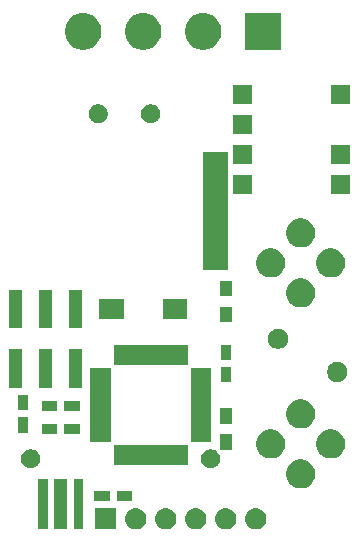
<source format=gbr>
G04 #@! TF.GenerationSoftware,KiCad,Pcbnew,(5.0.1)-4*
G04 #@! TF.CreationDate,2019-04-29T20:25:55+02:00*
G04 #@! TF.ProjectId,MyWallSwitch,4D7957616C6C5377697463682E6B6963,2*
G04 #@! TF.SameCoordinates,Original*
G04 #@! TF.FileFunction,Soldermask,Top*
G04 #@! TF.FilePolarity,Negative*
%FSLAX46Y46*%
G04 Gerber Fmt 4.6, Leading zero omitted, Abs format (unit mm)*
G04 Created by KiCad (PCBNEW (5.0.1)-4) date 29.04.2019 20:25:55*
%MOMM*%
%LPD*%
G01*
G04 APERTURE LIST*
%ADD10C,0.100000*%
G04 APERTURE END LIST*
D10*
G36*
X146160443Y-117215519D02*
X146226627Y-117222037D01*
X146339853Y-117256384D01*
X146396467Y-117273557D01*
X146535087Y-117347652D01*
X146552991Y-117357222D01*
X146588729Y-117386552D01*
X146690186Y-117469814D01*
X146773448Y-117571271D01*
X146802778Y-117607009D01*
X146802779Y-117607011D01*
X146886443Y-117763533D01*
X146886443Y-117763534D01*
X146937963Y-117933373D01*
X146955359Y-118110000D01*
X146937963Y-118286627D01*
X146903616Y-118399853D01*
X146886443Y-118456467D01*
X146812348Y-118595087D01*
X146802778Y-118612991D01*
X146773448Y-118648729D01*
X146690186Y-118750186D01*
X146588729Y-118833448D01*
X146552991Y-118862778D01*
X146552989Y-118862779D01*
X146396467Y-118946443D01*
X146339853Y-118963616D01*
X146226627Y-118997963D01*
X146160443Y-119004481D01*
X146094260Y-119011000D01*
X146005740Y-119011000D01*
X145939557Y-119004481D01*
X145873373Y-118997963D01*
X145760147Y-118963616D01*
X145703533Y-118946443D01*
X145547011Y-118862779D01*
X145547009Y-118862778D01*
X145511271Y-118833448D01*
X145409814Y-118750186D01*
X145326552Y-118648729D01*
X145297222Y-118612991D01*
X145287652Y-118595087D01*
X145213557Y-118456467D01*
X145196384Y-118399853D01*
X145162037Y-118286627D01*
X145144641Y-118110000D01*
X145162037Y-117933373D01*
X145213557Y-117763534D01*
X145213557Y-117763533D01*
X145297221Y-117607011D01*
X145297222Y-117607009D01*
X145326552Y-117571271D01*
X145409814Y-117469814D01*
X145511271Y-117386552D01*
X145547009Y-117357222D01*
X145564913Y-117347652D01*
X145703533Y-117273557D01*
X145760147Y-117256384D01*
X145873373Y-117222037D01*
X145939557Y-117215519D01*
X146005740Y-117209000D01*
X146094260Y-117209000D01*
X146160443Y-117215519D01*
X146160443Y-117215519D01*
G37*
G36*
X143620443Y-117215519D02*
X143686627Y-117222037D01*
X143799853Y-117256384D01*
X143856467Y-117273557D01*
X143995087Y-117347652D01*
X144012991Y-117357222D01*
X144048729Y-117386552D01*
X144150186Y-117469814D01*
X144233448Y-117571271D01*
X144262778Y-117607009D01*
X144262779Y-117607011D01*
X144346443Y-117763533D01*
X144346443Y-117763534D01*
X144397963Y-117933373D01*
X144415359Y-118110000D01*
X144397963Y-118286627D01*
X144363616Y-118399853D01*
X144346443Y-118456467D01*
X144272348Y-118595087D01*
X144262778Y-118612991D01*
X144233448Y-118648729D01*
X144150186Y-118750186D01*
X144048729Y-118833448D01*
X144012991Y-118862778D01*
X144012989Y-118862779D01*
X143856467Y-118946443D01*
X143799853Y-118963616D01*
X143686627Y-118997963D01*
X143620443Y-119004481D01*
X143554260Y-119011000D01*
X143465740Y-119011000D01*
X143399557Y-119004481D01*
X143333373Y-118997963D01*
X143220147Y-118963616D01*
X143163533Y-118946443D01*
X143007011Y-118862779D01*
X143007009Y-118862778D01*
X142971271Y-118833448D01*
X142869814Y-118750186D01*
X142786552Y-118648729D01*
X142757222Y-118612991D01*
X142747652Y-118595087D01*
X142673557Y-118456467D01*
X142656384Y-118399853D01*
X142622037Y-118286627D01*
X142604641Y-118110000D01*
X142622037Y-117933373D01*
X142673557Y-117763534D01*
X142673557Y-117763533D01*
X142757221Y-117607011D01*
X142757222Y-117607009D01*
X142786552Y-117571271D01*
X142869814Y-117469814D01*
X142971271Y-117386552D01*
X143007009Y-117357222D01*
X143024913Y-117347652D01*
X143163533Y-117273557D01*
X143220147Y-117256384D01*
X143333373Y-117222037D01*
X143399557Y-117215519D01*
X143465740Y-117209000D01*
X143554260Y-117209000D01*
X143620443Y-117215519D01*
X143620443Y-117215519D01*
G37*
G36*
X134251000Y-119011000D02*
X132449000Y-119011000D01*
X132449000Y-117209000D01*
X134251000Y-117209000D01*
X134251000Y-119011000D01*
X134251000Y-119011000D01*
G37*
G36*
X136000443Y-117215519D02*
X136066627Y-117222037D01*
X136179853Y-117256384D01*
X136236467Y-117273557D01*
X136375087Y-117347652D01*
X136392991Y-117357222D01*
X136428729Y-117386552D01*
X136530186Y-117469814D01*
X136613448Y-117571271D01*
X136642778Y-117607009D01*
X136642779Y-117607011D01*
X136726443Y-117763533D01*
X136726443Y-117763534D01*
X136777963Y-117933373D01*
X136795359Y-118110000D01*
X136777963Y-118286627D01*
X136743616Y-118399853D01*
X136726443Y-118456467D01*
X136652348Y-118595087D01*
X136642778Y-118612991D01*
X136613448Y-118648729D01*
X136530186Y-118750186D01*
X136428729Y-118833448D01*
X136392991Y-118862778D01*
X136392989Y-118862779D01*
X136236467Y-118946443D01*
X136179853Y-118963616D01*
X136066627Y-118997963D01*
X136000443Y-119004481D01*
X135934260Y-119011000D01*
X135845740Y-119011000D01*
X135779557Y-119004481D01*
X135713373Y-118997963D01*
X135600147Y-118963616D01*
X135543533Y-118946443D01*
X135387011Y-118862779D01*
X135387009Y-118862778D01*
X135351271Y-118833448D01*
X135249814Y-118750186D01*
X135166552Y-118648729D01*
X135137222Y-118612991D01*
X135127652Y-118595087D01*
X135053557Y-118456467D01*
X135036384Y-118399853D01*
X135002037Y-118286627D01*
X134984641Y-118110000D01*
X135002037Y-117933373D01*
X135053557Y-117763534D01*
X135053557Y-117763533D01*
X135137221Y-117607011D01*
X135137222Y-117607009D01*
X135166552Y-117571271D01*
X135249814Y-117469814D01*
X135351271Y-117386552D01*
X135387009Y-117357222D01*
X135404913Y-117347652D01*
X135543533Y-117273557D01*
X135600147Y-117256384D01*
X135713373Y-117222037D01*
X135779557Y-117215519D01*
X135845740Y-117209000D01*
X135934260Y-117209000D01*
X136000443Y-117215519D01*
X136000443Y-117215519D01*
G37*
G36*
X141080443Y-117215519D02*
X141146627Y-117222037D01*
X141259853Y-117256384D01*
X141316467Y-117273557D01*
X141455087Y-117347652D01*
X141472991Y-117357222D01*
X141508729Y-117386552D01*
X141610186Y-117469814D01*
X141693448Y-117571271D01*
X141722778Y-117607009D01*
X141722779Y-117607011D01*
X141806443Y-117763533D01*
X141806443Y-117763534D01*
X141857963Y-117933373D01*
X141875359Y-118110000D01*
X141857963Y-118286627D01*
X141823616Y-118399853D01*
X141806443Y-118456467D01*
X141732348Y-118595087D01*
X141722778Y-118612991D01*
X141693448Y-118648729D01*
X141610186Y-118750186D01*
X141508729Y-118833448D01*
X141472991Y-118862778D01*
X141472989Y-118862779D01*
X141316467Y-118946443D01*
X141259853Y-118963616D01*
X141146627Y-118997963D01*
X141080443Y-119004481D01*
X141014260Y-119011000D01*
X140925740Y-119011000D01*
X140859557Y-119004481D01*
X140793373Y-118997963D01*
X140680147Y-118963616D01*
X140623533Y-118946443D01*
X140467011Y-118862779D01*
X140467009Y-118862778D01*
X140431271Y-118833448D01*
X140329814Y-118750186D01*
X140246552Y-118648729D01*
X140217222Y-118612991D01*
X140207652Y-118595087D01*
X140133557Y-118456467D01*
X140116384Y-118399853D01*
X140082037Y-118286627D01*
X140064641Y-118110000D01*
X140082037Y-117933373D01*
X140133557Y-117763534D01*
X140133557Y-117763533D01*
X140217221Y-117607011D01*
X140217222Y-117607009D01*
X140246552Y-117571271D01*
X140329814Y-117469814D01*
X140431271Y-117386552D01*
X140467009Y-117357222D01*
X140484913Y-117347652D01*
X140623533Y-117273557D01*
X140680147Y-117256384D01*
X140793373Y-117222037D01*
X140859557Y-117215519D01*
X140925740Y-117209000D01*
X141014260Y-117209000D01*
X141080443Y-117215519D01*
X141080443Y-117215519D01*
G37*
G36*
X138540443Y-117215519D02*
X138606627Y-117222037D01*
X138719853Y-117256384D01*
X138776467Y-117273557D01*
X138915087Y-117347652D01*
X138932991Y-117357222D01*
X138968729Y-117386552D01*
X139070186Y-117469814D01*
X139153448Y-117571271D01*
X139182778Y-117607009D01*
X139182779Y-117607011D01*
X139266443Y-117763533D01*
X139266443Y-117763534D01*
X139317963Y-117933373D01*
X139335359Y-118110000D01*
X139317963Y-118286627D01*
X139283616Y-118399853D01*
X139266443Y-118456467D01*
X139192348Y-118595087D01*
X139182778Y-118612991D01*
X139153448Y-118648729D01*
X139070186Y-118750186D01*
X138968729Y-118833448D01*
X138932991Y-118862778D01*
X138932989Y-118862779D01*
X138776467Y-118946443D01*
X138719853Y-118963616D01*
X138606627Y-118997963D01*
X138540443Y-119004481D01*
X138474260Y-119011000D01*
X138385740Y-119011000D01*
X138319557Y-119004481D01*
X138253373Y-118997963D01*
X138140147Y-118963616D01*
X138083533Y-118946443D01*
X137927011Y-118862779D01*
X137927009Y-118862778D01*
X137891271Y-118833448D01*
X137789814Y-118750186D01*
X137706552Y-118648729D01*
X137677222Y-118612991D01*
X137667652Y-118595087D01*
X137593557Y-118456467D01*
X137576384Y-118399853D01*
X137542037Y-118286627D01*
X137524641Y-118110000D01*
X137542037Y-117933373D01*
X137593557Y-117763534D01*
X137593557Y-117763533D01*
X137677221Y-117607011D01*
X137677222Y-117607009D01*
X137706552Y-117571271D01*
X137789814Y-117469814D01*
X137891271Y-117386552D01*
X137927009Y-117357222D01*
X137944913Y-117347652D01*
X138083533Y-117273557D01*
X138140147Y-117256384D01*
X138253373Y-117222037D01*
X138319557Y-117215519D01*
X138385740Y-117209000D01*
X138474260Y-117209000D01*
X138540443Y-117215519D01*
X138540443Y-117215519D01*
G37*
G36*
X128441000Y-118941000D02*
X127639000Y-118941000D01*
X127639000Y-114739000D01*
X128441000Y-114739000D01*
X128441000Y-118941000D01*
X128441000Y-118941000D01*
G37*
G36*
X131441000Y-118941000D02*
X130639000Y-118941000D01*
X130639000Y-114739000D01*
X131441000Y-114739000D01*
X131441000Y-118941000D01*
X131441000Y-118941000D01*
G37*
G36*
X130091000Y-118941000D02*
X128989000Y-118941000D01*
X128989000Y-114739000D01*
X130091000Y-114739000D01*
X130091000Y-118941000D01*
X130091000Y-118941000D01*
G37*
G36*
X135586000Y-116631000D02*
X134284000Y-116631000D01*
X134284000Y-115779000D01*
X135586000Y-115779000D01*
X135586000Y-116631000D01*
X135586000Y-116631000D01*
G37*
G36*
X133686000Y-116631000D02*
X132384000Y-116631000D01*
X132384000Y-115779000D01*
X133686000Y-115779000D01*
X133686000Y-116631000D01*
X133686000Y-116631000D01*
G37*
G36*
X150217611Y-113121114D02*
X150440730Y-113213533D01*
X150641530Y-113347704D01*
X150812296Y-113518470D01*
X150946467Y-113719270D01*
X151038886Y-113942389D01*
X151086000Y-114179248D01*
X151086000Y-114420752D01*
X151038886Y-114657611D01*
X150946467Y-114880730D01*
X150812296Y-115081530D01*
X150641530Y-115252296D01*
X150440730Y-115386467D01*
X150217611Y-115478886D01*
X149980752Y-115526000D01*
X149739248Y-115526000D01*
X149502389Y-115478886D01*
X149279270Y-115386467D01*
X149078470Y-115252296D01*
X148907704Y-115081530D01*
X148773533Y-114880730D01*
X148681114Y-114657611D01*
X148634000Y-114420752D01*
X148634000Y-114179248D01*
X148681114Y-113942389D01*
X148773533Y-113719270D01*
X148907704Y-113518470D01*
X149078470Y-113347704D01*
X149279270Y-113213533D01*
X149502389Y-113121114D01*
X149739248Y-113074000D01*
X149980752Y-113074000D01*
X150217611Y-113121114D01*
X150217611Y-113121114D01*
G37*
G36*
X142477142Y-112248242D02*
X142625102Y-112309530D01*
X142758258Y-112398502D01*
X142795612Y-112435856D01*
X142805790Y-112444210D01*
X142814144Y-112454388D01*
X142871498Y-112511742D01*
X142960470Y-112644898D01*
X143021758Y-112792858D01*
X143053000Y-112949925D01*
X143053000Y-113110075D01*
X143021758Y-113267142D01*
X142960470Y-113415102D01*
X142871498Y-113548258D01*
X142758258Y-113661498D01*
X142625102Y-113750470D01*
X142477142Y-113811758D01*
X142320075Y-113843000D01*
X142159925Y-113843000D01*
X142002858Y-113811758D01*
X141854898Y-113750470D01*
X141721742Y-113661498D01*
X141608502Y-113548258D01*
X141519530Y-113415102D01*
X141458242Y-113267142D01*
X141427000Y-113110075D01*
X141427000Y-112949925D01*
X141458242Y-112792858D01*
X141519530Y-112644898D01*
X141608502Y-112511742D01*
X141721742Y-112398502D01*
X141854898Y-112309530D01*
X142002858Y-112248242D01*
X142159925Y-112217000D01*
X142320075Y-112217000D01*
X142477142Y-112248242D01*
X142477142Y-112248242D01*
G37*
G36*
X127237142Y-112248242D02*
X127385102Y-112309530D01*
X127518258Y-112398502D01*
X127631498Y-112511742D01*
X127720470Y-112644898D01*
X127781758Y-112792858D01*
X127813000Y-112949925D01*
X127813000Y-113110075D01*
X127781758Y-113267142D01*
X127720470Y-113415102D01*
X127631498Y-113548258D01*
X127518258Y-113661498D01*
X127385102Y-113750470D01*
X127237142Y-113811758D01*
X127080075Y-113843000D01*
X126919925Y-113843000D01*
X126762858Y-113811758D01*
X126614898Y-113750470D01*
X126481742Y-113661498D01*
X126368502Y-113548258D01*
X126279530Y-113415102D01*
X126218242Y-113267142D01*
X126187000Y-113110075D01*
X126187000Y-112949925D01*
X126218242Y-112792858D01*
X126279530Y-112644898D01*
X126368502Y-112511742D01*
X126481742Y-112398502D01*
X126614898Y-112309530D01*
X126762858Y-112248242D01*
X126919925Y-112217000D01*
X127080075Y-112217000D01*
X127237142Y-112248242D01*
X127237142Y-112248242D01*
G37*
G36*
X140286000Y-113559000D02*
X134034000Y-113559000D01*
X134034000Y-111857000D01*
X140286000Y-111857000D01*
X140286000Y-113559000D01*
X140286000Y-113559000D01*
G37*
G36*
X152757611Y-110581114D02*
X152980730Y-110673533D01*
X153181530Y-110807704D01*
X153352296Y-110978470D01*
X153486467Y-111179270D01*
X153578886Y-111402389D01*
X153626000Y-111639248D01*
X153626000Y-111880752D01*
X153578886Y-112117611D01*
X153486467Y-112340730D01*
X153352296Y-112541530D01*
X153181530Y-112712296D01*
X152980730Y-112846467D01*
X152757611Y-112938886D01*
X152520752Y-112986000D01*
X152279248Y-112986000D01*
X152042389Y-112938886D01*
X151819270Y-112846467D01*
X151618470Y-112712296D01*
X151447704Y-112541530D01*
X151313533Y-112340730D01*
X151221114Y-112117611D01*
X151174000Y-111880752D01*
X151174000Y-111639248D01*
X151221114Y-111402389D01*
X151313533Y-111179270D01*
X151447704Y-110978470D01*
X151618470Y-110807704D01*
X151819270Y-110673533D01*
X152042389Y-110581114D01*
X152279248Y-110534000D01*
X152520752Y-110534000D01*
X152757611Y-110581114D01*
X152757611Y-110581114D01*
G37*
G36*
X147677611Y-110581114D02*
X147900730Y-110673533D01*
X148101530Y-110807704D01*
X148272296Y-110978470D01*
X148406467Y-111179270D01*
X148498886Y-111402389D01*
X148546000Y-111639248D01*
X148546000Y-111880752D01*
X148498886Y-112117611D01*
X148406467Y-112340730D01*
X148272296Y-112541530D01*
X148101530Y-112712296D01*
X147900730Y-112846467D01*
X147677611Y-112938886D01*
X147440752Y-112986000D01*
X147199248Y-112986000D01*
X146962389Y-112938886D01*
X146739270Y-112846467D01*
X146538470Y-112712296D01*
X146367704Y-112541530D01*
X146233533Y-112340730D01*
X146141114Y-112117611D01*
X146094000Y-111880752D01*
X146094000Y-111639248D01*
X146141114Y-111402389D01*
X146233533Y-111179270D01*
X146367704Y-110978470D01*
X146538470Y-110807704D01*
X146739270Y-110673533D01*
X146962389Y-110581114D01*
X147199248Y-110534000D01*
X147440752Y-110534000D01*
X147677611Y-110581114D01*
X147677611Y-110581114D01*
G37*
G36*
X144011000Y-112241000D02*
X143009000Y-112241000D01*
X143009000Y-110939000D01*
X144011000Y-110939000D01*
X144011000Y-112241000D01*
X144011000Y-112241000D01*
G37*
G36*
X133761000Y-111584000D02*
X132059000Y-111584000D01*
X132059000Y-105332000D01*
X133761000Y-105332000D01*
X133761000Y-111584000D01*
X133761000Y-111584000D01*
G37*
G36*
X142261000Y-111584000D02*
X140559000Y-111584000D01*
X140559000Y-105332000D01*
X142261000Y-105332000D01*
X142261000Y-111584000D01*
X142261000Y-111584000D01*
G37*
G36*
X129241000Y-110916000D02*
X127939000Y-110916000D01*
X127939000Y-110064000D01*
X129241000Y-110064000D01*
X129241000Y-110916000D01*
X129241000Y-110916000D01*
G37*
G36*
X131141000Y-110916000D02*
X129839000Y-110916000D01*
X129839000Y-110064000D01*
X131141000Y-110064000D01*
X131141000Y-110916000D01*
X131141000Y-110916000D01*
G37*
G36*
X126791000Y-110821000D02*
X125939000Y-110821000D01*
X125939000Y-109519000D01*
X126791000Y-109519000D01*
X126791000Y-110821000D01*
X126791000Y-110821000D01*
G37*
G36*
X150217611Y-108041114D02*
X150440730Y-108133533D01*
X150641530Y-108267704D01*
X150812296Y-108438470D01*
X150946467Y-108639270D01*
X151038886Y-108862389D01*
X151086000Y-109099248D01*
X151086000Y-109340752D01*
X151038886Y-109577611D01*
X150946467Y-109800730D01*
X150812296Y-110001530D01*
X150641530Y-110172296D01*
X150440730Y-110306467D01*
X150217611Y-110398886D01*
X149980752Y-110446000D01*
X149739248Y-110446000D01*
X149502389Y-110398886D01*
X149279270Y-110306467D01*
X149078470Y-110172296D01*
X148907704Y-110001530D01*
X148773533Y-109800730D01*
X148681114Y-109577611D01*
X148634000Y-109340752D01*
X148634000Y-109099248D01*
X148681114Y-108862389D01*
X148773533Y-108639270D01*
X148907704Y-108438470D01*
X149078470Y-108267704D01*
X149279270Y-108133533D01*
X149502389Y-108041114D01*
X149739248Y-107994000D01*
X149980752Y-107994000D01*
X150217611Y-108041114D01*
X150217611Y-108041114D01*
G37*
G36*
X144011000Y-110041000D02*
X143009000Y-110041000D01*
X143009000Y-108739000D01*
X144011000Y-108739000D01*
X144011000Y-110041000D01*
X144011000Y-110041000D01*
G37*
G36*
X129241000Y-109011000D02*
X127939000Y-109011000D01*
X127939000Y-108159000D01*
X129241000Y-108159000D01*
X129241000Y-109011000D01*
X129241000Y-109011000D01*
G37*
G36*
X131141000Y-109011000D02*
X129839000Y-109011000D01*
X129839000Y-108159000D01*
X131141000Y-108159000D01*
X131141000Y-109011000D01*
X131141000Y-109011000D01*
G37*
G36*
X126791000Y-108921000D02*
X125939000Y-108921000D01*
X125939000Y-107619000D01*
X126791000Y-107619000D01*
X126791000Y-108921000D01*
X126791000Y-108921000D01*
G37*
G36*
X126281000Y-107021000D02*
X125179000Y-107021000D01*
X125179000Y-103769000D01*
X126281000Y-103769000D01*
X126281000Y-107021000D01*
X126281000Y-107021000D01*
G37*
G36*
X131361000Y-107021000D02*
X130259000Y-107021000D01*
X130259000Y-103769000D01*
X131361000Y-103769000D01*
X131361000Y-107021000D01*
X131361000Y-107021000D01*
G37*
G36*
X128821000Y-107021000D02*
X127719000Y-107021000D01*
X127719000Y-103769000D01*
X128821000Y-103769000D01*
X128821000Y-107021000D01*
X128821000Y-107021000D01*
G37*
G36*
X143936000Y-106564000D02*
X143084000Y-106564000D01*
X143084000Y-105262000D01*
X143936000Y-105262000D01*
X143936000Y-106564000D01*
X143936000Y-106564000D01*
G37*
G36*
X153203228Y-104851703D02*
X153358100Y-104915853D01*
X153497481Y-105008985D01*
X153616015Y-105127519D01*
X153709147Y-105266900D01*
X153773297Y-105421772D01*
X153806000Y-105586184D01*
X153806000Y-105753816D01*
X153773297Y-105918228D01*
X153709147Y-106073100D01*
X153616015Y-106212481D01*
X153497481Y-106331015D01*
X153358100Y-106424147D01*
X153203228Y-106488297D01*
X153038816Y-106521000D01*
X152871184Y-106521000D01*
X152706772Y-106488297D01*
X152551900Y-106424147D01*
X152412519Y-106331015D01*
X152293985Y-106212481D01*
X152200853Y-106073100D01*
X152136703Y-105918228D01*
X152104000Y-105753816D01*
X152104000Y-105586184D01*
X152136703Y-105421772D01*
X152200853Y-105266900D01*
X152293985Y-105127519D01*
X152412519Y-105008985D01*
X152551900Y-104915853D01*
X152706772Y-104851703D01*
X152871184Y-104819000D01*
X153038816Y-104819000D01*
X153203228Y-104851703D01*
X153203228Y-104851703D01*
G37*
G36*
X140286000Y-105059000D02*
X134034000Y-105059000D01*
X134034000Y-103357000D01*
X140286000Y-103357000D01*
X140286000Y-105059000D01*
X140286000Y-105059000D01*
G37*
G36*
X143936000Y-104664000D02*
X143084000Y-104664000D01*
X143084000Y-103362000D01*
X143936000Y-103362000D01*
X143936000Y-104664000D01*
X143936000Y-104664000D01*
G37*
G36*
X148203228Y-102051703D02*
X148358100Y-102115853D01*
X148497481Y-102208985D01*
X148616015Y-102327519D01*
X148709147Y-102466900D01*
X148773297Y-102621772D01*
X148806000Y-102786184D01*
X148806000Y-102953816D01*
X148773297Y-103118228D01*
X148709147Y-103273100D01*
X148616015Y-103412481D01*
X148497481Y-103531015D01*
X148358100Y-103624147D01*
X148203228Y-103688297D01*
X148038816Y-103721000D01*
X147871184Y-103721000D01*
X147706772Y-103688297D01*
X147551900Y-103624147D01*
X147412519Y-103531015D01*
X147293985Y-103412481D01*
X147200853Y-103273100D01*
X147136703Y-103118228D01*
X147104000Y-102953816D01*
X147104000Y-102786184D01*
X147136703Y-102621772D01*
X147200853Y-102466900D01*
X147293985Y-102327519D01*
X147412519Y-102208985D01*
X147551900Y-102115853D01*
X147706772Y-102051703D01*
X147871184Y-102019000D01*
X148038816Y-102019000D01*
X148203228Y-102051703D01*
X148203228Y-102051703D01*
G37*
G36*
X131361000Y-101971000D02*
X130259000Y-101971000D01*
X130259000Y-98719000D01*
X131361000Y-98719000D01*
X131361000Y-101971000D01*
X131361000Y-101971000D01*
G37*
G36*
X128821000Y-101971000D02*
X127719000Y-101971000D01*
X127719000Y-98719000D01*
X128821000Y-98719000D01*
X128821000Y-101971000D01*
X128821000Y-101971000D01*
G37*
G36*
X126281000Y-101971000D02*
X125179000Y-101971000D01*
X125179000Y-98719000D01*
X126281000Y-98719000D01*
X126281000Y-101971000D01*
X126281000Y-101971000D01*
G37*
G36*
X144011000Y-101446000D02*
X143009000Y-101446000D01*
X143009000Y-100144000D01*
X144011000Y-100144000D01*
X144011000Y-101446000D01*
X144011000Y-101446000D01*
G37*
G36*
X140276000Y-101181000D02*
X138174000Y-101181000D01*
X138174000Y-99479000D01*
X140276000Y-99479000D01*
X140276000Y-101181000D01*
X140276000Y-101181000D01*
G37*
G36*
X134876000Y-101181000D02*
X132774000Y-101181000D01*
X132774000Y-99479000D01*
X134876000Y-99479000D01*
X134876000Y-101181000D01*
X134876000Y-101181000D01*
G37*
G36*
X150217611Y-97801114D02*
X150440730Y-97893533D01*
X150641530Y-98027704D01*
X150812296Y-98198470D01*
X150946467Y-98399270D01*
X151038886Y-98622389D01*
X151086000Y-98859248D01*
X151086000Y-99100752D01*
X151038886Y-99337611D01*
X150946467Y-99560730D01*
X150812296Y-99761530D01*
X150641530Y-99932296D01*
X150440730Y-100066467D01*
X150217611Y-100158886D01*
X149980752Y-100206000D01*
X149739248Y-100206000D01*
X149502389Y-100158886D01*
X149279270Y-100066467D01*
X149078470Y-99932296D01*
X148907704Y-99761530D01*
X148773533Y-99560730D01*
X148681114Y-99337611D01*
X148634000Y-99100752D01*
X148634000Y-98859248D01*
X148681114Y-98622389D01*
X148773533Y-98399270D01*
X148907704Y-98198470D01*
X149078470Y-98027704D01*
X149279270Y-97893533D01*
X149502389Y-97801114D01*
X149739248Y-97754000D01*
X149980752Y-97754000D01*
X150217611Y-97801114D01*
X150217611Y-97801114D01*
G37*
G36*
X144011000Y-99246000D02*
X143009000Y-99246000D01*
X143009000Y-97944000D01*
X144011000Y-97944000D01*
X144011000Y-99246000D01*
X144011000Y-99246000D01*
G37*
G36*
X152757611Y-95261114D02*
X152980730Y-95353533D01*
X153181530Y-95487704D01*
X153352296Y-95658470D01*
X153486467Y-95859270D01*
X153578886Y-96082389D01*
X153626000Y-96319248D01*
X153626000Y-96560752D01*
X153578886Y-96797611D01*
X153486467Y-97020730D01*
X153352296Y-97221530D01*
X153181530Y-97392296D01*
X152980730Y-97526467D01*
X152757611Y-97618886D01*
X152520752Y-97666000D01*
X152279248Y-97666000D01*
X152042389Y-97618886D01*
X151819270Y-97526467D01*
X151618470Y-97392296D01*
X151447704Y-97221530D01*
X151313533Y-97020730D01*
X151221114Y-96797611D01*
X151174000Y-96560752D01*
X151174000Y-96319248D01*
X151221114Y-96082389D01*
X151313533Y-95859270D01*
X151447704Y-95658470D01*
X151618470Y-95487704D01*
X151819270Y-95353533D01*
X152042389Y-95261114D01*
X152279248Y-95214000D01*
X152520752Y-95214000D01*
X152757611Y-95261114D01*
X152757611Y-95261114D01*
G37*
G36*
X147677611Y-95261114D02*
X147900730Y-95353533D01*
X148101530Y-95487704D01*
X148272296Y-95658470D01*
X148406467Y-95859270D01*
X148498886Y-96082389D01*
X148546000Y-96319248D01*
X148546000Y-96560752D01*
X148498886Y-96797611D01*
X148406467Y-97020730D01*
X148272296Y-97221530D01*
X148101530Y-97392296D01*
X147900730Y-97526467D01*
X147677611Y-97618886D01*
X147440752Y-97666000D01*
X147199248Y-97666000D01*
X146962389Y-97618886D01*
X146739270Y-97526467D01*
X146538470Y-97392296D01*
X146367704Y-97221530D01*
X146233533Y-97020730D01*
X146141114Y-96797611D01*
X146094000Y-96560752D01*
X146094000Y-96319248D01*
X146141114Y-96082389D01*
X146233533Y-95859270D01*
X146367704Y-95658470D01*
X146538470Y-95487704D01*
X146739270Y-95353533D01*
X146962389Y-95261114D01*
X147199248Y-95214000D01*
X147440752Y-95214000D01*
X147677611Y-95261114D01*
X147677611Y-95261114D01*
G37*
G36*
X143736000Y-97026000D02*
X141634000Y-97026000D01*
X141634000Y-87034000D01*
X143736000Y-87034000D01*
X143736000Y-97026000D01*
X143736000Y-97026000D01*
G37*
G36*
X150217611Y-92721114D02*
X150440730Y-92813533D01*
X150641530Y-92947704D01*
X150812296Y-93118470D01*
X150946467Y-93319270D01*
X151038886Y-93542389D01*
X151086000Y-93779248D01*
X151086000Y-94020752D01*
X151038886Y-94257611D01*
X150946467Y-94480730D01*
X150812296Y-94681530D01*
X150641530Y-94852296D01*
X150440730Y-94986467D01*
X150217611Y-95078886D01*
X149980752Y-95126000D01*
X149739248Y-95126000D01*
X149502389Y-95078886D01*
X149279270Y-94986467D01*
X149078470Y-94852296D01*
X148907704Y-94681530D01*
X148773533Y-94480730D01*
X148681114Y-94257611D01*
X148634000Y-94020752D01*
X148634000Y-93779248D01*
X148681114Y-93542389D01*
X148773533Y-93319270D01*
X148907704Y-93118470D01*
X149078470Y-92947704D01*
X149279270Y-92813533D01*
X149502389Y-92721114D01*
X149739248Y-92674000D01*
X149980752Y-92674000D01*
X150217611Y-92721114D01*
X150217611Y-92721114D01*
G37*
G36*
X145708000Y-90590000D02*
X144106000Y-90590000D01*
X144106000Y-88988000D01*
X145708000Y-88988000D01*
X145708000Y-90590000D01*
X145708000Y-90590000D01*
G37*
G36*
X154008000Y-90590000D02*
X152406000Y-90590000D01*
X152406000Y-88988000D01*
X154008000Y-88988000D01*
X154008000Y-90590000D01*
X154008000Y-90590000D01*
G37*
G36*
X145708000Y-88050000D02*
X144106000Y-88050000D01*
X144106000Y-86448000D01*
X145708000Y-86448000D01*
X145708000Y-88050000D01*
X145708000Y-88050000D01*
G37*
G36*
X154008000Y-88050000D02*
X152406000Y-88050000D01*
X152406000Y-86448000D01*
X154008000Y-86448000D01*
X154008000Y-88050000D01*
X154008000Y-88050000D01*
G37*
G36*
X145708000Y-85510000D02*
X144106000Y-85510000D01*
X144106000Y-83908000D01*
X145708000Y-83908000D01*
X145708000Y-85510000D01*
X145708000Y-85510000D01*
G37*
G36*
X132952142Y-83038242D02*
X133100102Y-83099530D01*
X133233258Y-83188502D01*
X133346498Y-83301742D01*
X133435470Y-83434898D01*
X133496758Y-83582858D01*
X133528000Y-83739925D01*
X133528000Y-83900075D01*
X133496758Y-84057142D01*
X133435470Y-84205102D01*
X133346498Y-84338258D01*
X133233258Y-84451498D01*
X133100102Y-84540470D01*
X132952142Y-84601758D01*
X132795075Y-84633000D01*
X132634925Y-84633000D01*
X132477858Y-84601758D01*
X132329898Y-84540470D01*
X132196742Y-84451498D01*
X132083502Y-84338258D01*
X131994530Y-84205102D01*
X131933242Y-84057142D01*
X131902000Y-83900075D01*
X131902000Y-83739925D01*
X131933242Y-83582858D01*
X131994530Y-83434898D01*
X132083502Y-83301742D01*
X132196742Y-83188502D01*
X132329898Y-83099530D01*
X132477858Y-83038242D01*
X132634925Y-83007000D01*
X132795075Y-83007000D01*
X132952142Y-83038242D01*
X132952142Y-83038242D01*
G37*
G36*
X137397142Y-83038242D02*
X137545102Y-83099530D01*
X137678258Y-83188502D01*
X137791498Y-83301742D01*
X137880470Y-83434898D01*
X137941758Y-83582858D01*
X137973000Y-83739925D01*
X137973000Y-83900075D01*
X137941758Y-84057142D01*
X137880470Y-84205102D01*
X137791498Y-84338258D01*
X137678258Y-84451498D01*
X137545102Y-84540470D01*
X137397142Y-84601758D01*
X137240075Y-84633000D01*
X137079925Y-84633000D01*
X136922858Y-84601758D01*
X136774898Y-84540470D01*
X136641742Y-84451498D01*
X136528502Y-84338258D01*
X136439530Y-84205102D01*
X136378242Y-84057142D01*
X136347000Y-83900075D01*
X136347000Y-83739925D01*
X136378242Y-83582858D01*
X136439530Y-83434898D01*
X136528502Y-83301742D01*
X136641742Y-83188502D01*
X136774898Y-83099530D01*
X136922858Y-83038242D01*
X137079925Y-83007000D01*
X137240075Y-83007000D01*
X137397142Y-83038242D01*
X137397142Y-83038242D01*
G37*
G36*
X145708000Y-82970000D02*
X144106000Y-82970000D01*
X144106000Y-81368000D01*
X145708000Y-81368000D01*
X145708000Y-82970000D01*
X145708000Y-82970000D01*
G37*
G36*
X154008000Y-82970000D02*
X152406000Y-82970000D01*
X152406000Y-81368000D01*
X154008000Y-81368000D01*
X154008000Y-82970000D01*
X154008000Y-82970000D01*
G37*
G36*
X136877527Y-75323736D02*
X136977410Y-75343604D01*
X137259674Y-75460521D01*
X137513705Y-75630259D01*
X137729741Y-75846295D01*
X137899479Y-76100326D01*
X138016396Y-76382590D01*
X138076000Y-76682240D01*
X138076000Y-76987760D01*
X138016396Y-77287410D01*
X137899479Y-77569674D01*
X137729741Y-77823705D01*
X137513705Y-78039741D01*
X137259674Y-78209479D01*
X136977410Y-78326396D01*
X136877527Y-78346264D01*
X136677762Y-78386000D01*
X136372238Y-78386000D01*
X136172473Y-78346264D01*
X136072590Y-78326396D01*
X135790326Y-78209479D01*
X135536295Y-78039741D01*
X135320259Y-77823705D01*
X135150521Y-77569674D01*
X135033604Y-77287410D01*
X134974000Y-76987760D01*
X134974000Y-76682240D01*
X135033604Y-76382590D01*
X135150521Y-76100326D01*
X135320259Y-75846295D01*
X135536295Y-75630259D01*
X135790326Y-75460521D01*
X136072590Y-75343604D01*
X136172473Y-75323736D01*
X136372238Y-75284000D01*
X136677762Y-75284000D01*
X136877527Y-75323736D01*
X136877527Y-75323736D01*
G37*
G36*
X131797527Y-75323736D02*
X131897410Y-75343604D01*
X132179674Y-75460521D01*
X132433705Y-75630259D01*
X132649741Y-75846295D01*
X132819479Y-76100326D01*
X132936396Y-76382590D01*
X132996000Y-76682240D01*
X132996000Y-76987760D01*
X132936396Y-77287410D01*
X132819479Y-77569674D01*
X132649741Y-77823705D01*
X132433705Y-78039741D01*
X132179674Y-78209479D01*
X131897410Y-78326396D01*
X131797527Y-78346264D01*
X131597762Y-78386000D01*
X131292238Y-78386000D01*
X131092473Y-78346264D01*
X130992590Y-78326396D01*
X130710326Y-78209479D01*
X130456295Y-78039741D01*
X130240259Y-77823705D01*
X130070521Y-77569674D01*
X129953604Y-77287410D01*
X129894000Y-76987760D01*
X129894000Y-76682240D01*
X129953604Y-76382590D01*
X130070521Y-76100326D01*
X130240259Y-75846295D01*
X130456295Y-75630259D01*
X130710326Y-75460521D01*
X130992590Y-75343604D01*
X131092473Y-75323736D01*
X131292238Y-75284000D01*
X131597762Y-75284000D01*
X131797527Y-75323736D01*
X131797527Y-75323736D01*
G37*
G36*
X141957527Y-75323736D02*
X142057410Y-75343604D01*
X142339674Y-75460521D01*
X142593705Y-75630259D01*
X142809741Y-75846295D01*
X142979479Y-76100326D01*
X143096396Y-76382590D01*
X143156000Y-76682240D01*
X143156000Y-76987760D01*
X143096396Y-77287410D01*
X142979479Y-77569674D01*
X142809741Y-77823705D01*
X142593705Y-78039741D01*
X142339674Y-78209479D01*
X142057410Y-78326396D01*
X141957527Y-78346264D01*
X141757762Y-78386000D01*
X141452238Y-78386000D01*
X141252473Y-78346264D01*
X141152590Y-78326396D01*
X140870326Y-78209479D01*
X140616295Y-78039741D01*
X140400259Y-77823705D01*
X140230521Y-77569674D01*
X140113604Y-77287410D01*
X140054000Y-76987760D01*
X140054000Y-76682240D01*
X140113604Y-76382590D01*
X140230521Y-76100326D01*
X140400259Y-75846295D01*
X140616295Y-75630259D01*
X140870326Y-75460521D01*
X141152590Y-75343604D01*
X141252473Y-75323736D01*
X141452238Y-75284000D01*
X141757762Y-75284000D01*
X141957527Y-75323736D01*
X141957527Y-75323736D01*
G37*
G36*
X148236000Y-78386000D02*
X145134000Y-78386000D01*
X145134000Y-75284000D01*
X148236000Y-75284000D01*
X148236000Y-78386000D01*
X148236000Y-78386000D01*
G37*
M02*

</source>
